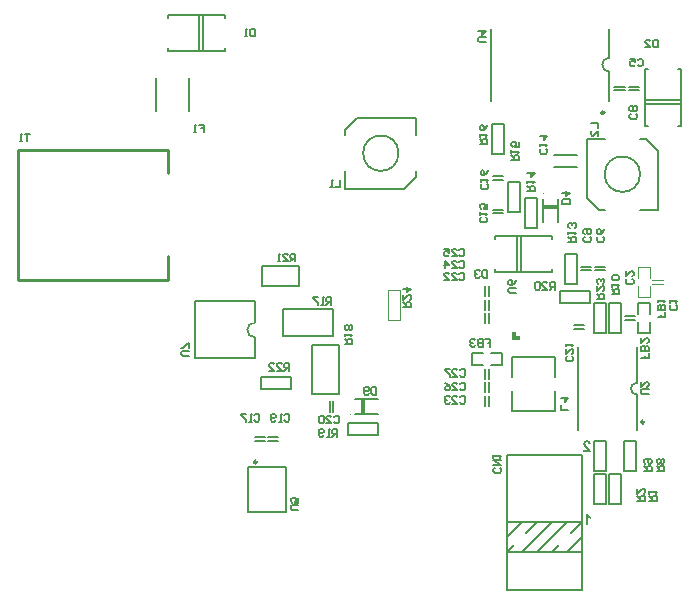
<source format=gbo>
G04*
G04 #@! TF.GenerationSoftware,Altium Limited,Altium Designer,19.0.14 (431)*
G04*
G04 Layer_Color=32896*
%FSLAX25Y25*%
%MOIN*%
G70*
G01*
G75*
%ADD12C,0.00984*%
%ADD14C,0.00787*%
%ADD15C,0.01000*%
%ADD16C,0.00394*%
%ADD18C,0.00350*%
%ADD19C,0.00600*%
%ADD20C,0.00800*%
%ADD123C,0.00591*%
%ADD124C,0.00799*%
%ADD125C,0.00598*%
%ADD126R,0.02756X0.01570*%
%ADD127R,0.01571X0.01185*%
%ADD128R,0.00390X0.01575*%
%ADD129R,0.01185X0.00390*%
%ADD130R,0.00390X0.01185*%
%ADD131R,0.01575X0.00390*%
%ADD132R,0.01300X0.05061*%
%ADD133R,0.05061X0.01300*%
G36*
X192481Y12169D02*
X192550Y12054D01*
X192624Y11950D01*
X192699Y11864D01*
X192774Y11789D01*
X192832Y11737D01*
X192849Y11720D01*
X192866Y11703D01*
X192878Y11697D01*
X192884Y11691D01*
X193005Y11599D01*
X193120Y11530D01*
X193224Y11466D01*
X193316Y11420D01*
X193391Y11380D01*
X193448Y11357D01*
X193471Y11351D01*
X193489Y11345D01*
X193494Y11340D01*
X193500D01*
Y10683D01*
X193304Y10758D01*
X193126Y10844D01*
X192970Y10931D01*
X192895Y10977D01*
X192832Y11023D01*
X192769Y11063D01*
X192717Y11103D01*
X192671Y11138D01*
X192630Y11167D01*
X192601Y11196D01*
X192578Y11213D01*
X192567Y11225D01*
X192561Y11230D01*
Y8500D01*
X191835D01*
Y12296D01*
X192429D01*
X192481Y12169D01*
D02*
G37*
G36*
X192348Y36784D02*
X192509Y36755D01*
X192653Y36709D01*
X192717Y36686D01*
X192774Y36663D01*
X192832Y36640D01*
X192878Y36617D01*
X192918Y36594D01*
X192947Y36571D01*
X192976Y36554D01*
X192993Y36542D01*
X193005Y36537D01*
X193010Y36531D01*
X193068Y36479D01*
X193126Y36421D01*
X193172Y36358D01*
X193218Y36289D01*
X193287Y36145D01*
X193339Y36007D01*
X193362Y35938D01*
X193373Y35874D01*
X193391Y35822D01*
X193396Y35771D01*
X193408Y35730D01*
Y35701D01*
X193414Y35678D01*
Y35673D01*
X192694Y35603D01*
X192682Y35713D01*
X192665Y35811D01*
X192636Y35886D01*
X192613Y35949D01*
X192584Y36001D01*
X192567Y36030D01*
X192550Y36053D01*
X192544Y36059D01*
X192486Y36105D01*
X192429Y36139D01*
X192365Y36162D01*
X192308Y36180D01*
X192262Y36191D01*
X192216Y36197D01*
X192181D01*
X192100Y36191D01*
X192025Y36174D01*
X191962Y36156D01*
X191910Y36133D01*
X191870Y36105D01*
X191841Y36087D01*
X191824Y36070D01*
X191818Y36064D01*
X191772Y36013D01*
X191743Y35949D01*
X191720Y35886D01*
X191703Y35828D01*
X191691Y35776D01*
X191686Y35730D01*
Y35701D01*
Y35690D01*
X191691Y35609D01*
X191709Y35529D01*
X191732Y35454D01*
X191761Y35385D01*
X191789Y35327D01*
X191812Y35287D01*
X191830Y35258D01*
X191835Y35246D01*
X191858Y35212D01*
X191893Y35171D01*
X191933Y35131D01*
X191979Y35085D01*
X192077Y34981D01*
X192181Y34878D01*
X192279Y34786D01*
X192325Y34740D01*
X192359Y34705D01*
X192394Y34676D01*
X192417Y34647D01*
X192434Y34636D01*
X192440Y34630D01*
X192550Y34526D01*
X192653Y34429D01*
X192740Y34336D01*
X192826Y34250D01*
X192901Y34169D01*
X192964Y34094D01*
X193028Y34025D01*
X193079Y33962D01*
X193120Y33910D01*
X193160Y33858D01*
X193189Y33818D01*
X193218Y33783D01*
X193235Y33755D01*
X193247Y33737D01*
X193258Y33726D01*
Y33720D01*
X193327Y33593D01*
X193379Y33467D01*
X193425Y33346D01*
X193454Y33230D01*
X193477Y33138D01*
X193483Y33098D01*
X193489Y33063D01*
X193494Y33040D01*
X193500Y33017D01*
Y33006D01*
Y33000D01*
X190960D01*
Y33674D01*
X192406D01*
X192359Y33749D01*
X192308Y33806D01*
X192290Y33835D01*
X192273Y33852D01*
X192262Y33864D01*
X192256Y33870D01*
X192233Y33893D01*
X192210Y33916D01*
X192146Y33979D01*
X192077Y34048D01*
X192002Y34117D01*
X191933Y34187D01*
X191876Y34238D01*
X191858Y34261D01*
X191841Y34279D01*
X191830Y34284D01*
X191824Y34290D01*
X191703Y34400D01*
X191605Y34498D01*
X191519Y34584D01*
X191455Y34653D01*
X191403Y34705D01*
X191369Y34745D01*
X191351Y34768D01*
X191346Y34774D01*
X191277Y34866D01*
X191213Y34953D01*
X191161Y35033D01*
X191121Y35108D01*
X191092Y35166D01*
X191069Y35212D01*
X191058Y35241D01*
X191052Y35252D01*
X191023Y35339D01*
X191000Y35431D01*
X190983Y35511D01*
X190971Y35586D01*
X190966Y35650D01*
X190960Y35701D01*
Y35730D01*
Y35742D01*
X190966Y35822D01*
X190971Y35903D01*
X191012Y36047D01*
X191063Y36174D01*
X191121Y36283D01*
X191179Y36370D01*
X191208Y36410D01*
X191231Y36439D01*
X191254Y36462D01*
X191271Y36479D01*
X191277Y36485D01*
X191282Y36491D01*
X191346Y36542D01*
X191409Y36594D01*
X191484Y36635D01*
X191553Y36669D01*
X191703Y36721D01*
X191841Y36755D01*
X191910Y36773D01*
X191968Y36779D01*
X192025Y36784D01*
X192071Y36790D01*
X192112Y36796D01*
X192256D01*
X192348Y36784D01*
D02*
G37*
D12*
X211303Y42878D02*
G03*
X211303Y42878I-492J0D01*
G01*
X197992Y146000D02*
G03*
X197992Y146000I-492J0D01*
G01*
X82192Y29507D02*
G03*
X82192Y29507I-492J0D01*
G01*
D14*
X199670Y164390D02*
G03*
X199670Y159665I0J-2362D01*
G01*
X208842Y40220D02*
Y52031D01*
X189157Y40220D02*
Y67779D01*
X208842Y55968D02*
Y67779D01*
X114813Y45539D02*
X122687D01*
X114813Y50461D02*
X122687D01*
X199670Y149823D02*
Y159665D01*
X160299Y149823D02*
Y173838D01*
X199670Y164390D02*
Y174035D01*
X59500Y146626D02*
Y157626D01*
X48507Y146626D02*
Y157626D01*
X182461Y109470D02*
Y117344D01*
X177539Y109470D02*
Y117344D01*
D15*
X52602Y125779D02*
Y133653D01*
X2602D02*
X52602D01*
X2602Y90346D02*
X52602D01*
Y98220D01*
X2602Y90346D02*
Y133653D01*
D16*
X113435Y45539D02*
G03*
X113435Y45539I-197J0D01*
G01*
X177736Y118919D02*
G03*
X177736Y118919I-197J0D01*
G01*
D18*
X209300Y84500D02*
X209600D01*
X209300Y94500D02*
X213300D01*
X209600Y84500D02*
X213300D01*
X209300D02*
Y88150D01*
X213300Y84500D02*
Y88150D01*
Y90850D02*
Y94500D01*
X209300Y90850D02*
Y94500D01*
X214000Y88900D02*
X217400D01*
X214000Y90100D02*
X217400D01*
X126000Y86855D02*
X129700D01*
X126000Y76855D02*
Y86855D01*
Y76855D02*
X130000D01*
Y86855D01*
X129700D02*
X130000D01*
D19*
X160485Y142110D02*
X164184D01*
X160485Y132110D02*
Y142110D01*
Y132110D02*
X164485D01*
Y142110D01*
X164184D02*
X164485D01*
X185300Y89048D02*
X189000D01*
Y99048D01*
X185000D02*
X189000D01*
X185000Y89048D02*
Y99048D01*
Y89048D02*
X185300D01*
X204800Y78194D02*
X208200D01*
X204800Y76995D02*
X208200D01*
X209550Y72500D02*
X213250D01*
X209250Y82500D02*
X213250D01*
X209250Y72500D02*
X209550D01*
X204500Y36452D02*
X208200D01*
X204500Y26452D02*
Y36452D01*
Y26452D02*
X208500D01*
Y36452D01*
X208200D02*
X208500D01*
X194500Y36500D02*
X198200D01*
X194500Y26500D02*
Y36500D01*
Y26500D02*
X198500D01*
Y36500D01*
X198200D02*
X198500D01*
X194848Y15548D02*
X198548D01*
Y25548D01*
X194548D02*
X198548D01*
X194548Y15548D02*
Y25548D01*
Y15548D02*
X194848D01*
X199800D02*
X203500D01*
Y25548D01*
X199500D02*
X203500D01*
X199500Y15548D02*
Y25548D01*
Y15548D02*
X199800D01*
X112548Y38500D02*
Y42200D01*
Y38500D02*
X122548D01*
Y42500D01*
X112548D02*
X122548D01*
X112548Y42200D02*
Y42500D01*
X106400Y46354D02*
Y49754D01*
X107600Y46354D02*
Y49754D01*
X83548Y54000D02*
Y57700D01*
Y54000D02*
X93548D01*
Y58000D01*
X83548D02*
X93548D01*
X83548Y57700D02*
Y58000D01*
X85985Y36585D02*
X89385D01*
X85985Y37785D02*
X89385D01*
X81485Y36585D02*
X84885D01*
X81485Y37785D02*
X84885D01*
X199800Y72548D02*
X203500D01*
Y82548D01*
X199500D02*
X203500D01*
X199500Y72548D02*
Y82548D01*
Y72548D02*
X199800D01*
X160834Y112400D02*
X164234D01*
X160834Y113600D02*
X164234D01*
X160784Y124758D02*
X164184D01*
X160784Y123557D02*
X164184D01*
X171452Y117610D02*
X175152D01*
X171452Y107610D02*
Y117610D01*
Y107610D02*
X175452D01*
Y117610D01*
X175152D02*
X175452D01*
X206300Y154600D02*
X209700D01*
X206300Y153400D02*
X209700D01*
X166300Y113048D02*
X170000D01*
Y123048D01*
X166000D02*
X170000D01*
X166000Y113048D02*
Y123048D01*
Y113048D02*
X166300D01*
X194800Y93400D02*
X198200D01*
X194800Y94600D02*
X198200D01*
X190300D02*
X193700D01*
X190300Y93400D02*
X193700D01*
X201327Y153416D02*
X204727D01*
X201327Y154615D02*
X204727D01*
X163888Y62300D02*
Y66000D01*
X153888Y62000D02*
Y66000D01*
X163888Y62000D02*
Y62300D01*
X159488Y48300D02*
Y51700D01*
X158288Y48300D02*
Y51700D01*
X159488Y57300D02*
Y60700D01*
X158288Y57300D02*
Y60700D01*
X187800Y75195D02*
X191200D01*
X187800Y73994D02*
X191200D01*
X159488Y75800D02*
Y79200D01*
X158288Y75800D02*
Y79200D01*
X159488Y84800D02*
Y88200D01*
X158288Y84800D02*
Y88200D01*
X159488Y80300D02*
Y83700D01*
X158288Y80300D02*
Y83700D01*
X159488Y52896D02*
Y56296D01*
X158288Y52896D02*
Y56296D01*
X193198Y82800D02*
Y86500D01*
X183198D02*
X193198D01*
X183198Y82500D02*
Y86500D01*
Y82500D02*
X193198D01*
Y82800D01*
X194688Y72548D02*
X198388D01*
Y82548D01*
X194388D02*
X198388D01*
X194388Y72548D02*
Y82548D01*
Y72548D02*
X194688D01*
X178598Y134009D02*
X179015Y133592D01*
Y132759D01*
X178598Y132343D01*
X176932D01*
X176515Y132759D01*
Y133592D01*
X176932Y134009D01*
X176515Y134842D02*
Y135675D01*
Y135258D01*
X179015D01*
X178598Y134842D01*
X176515Y138174D02*
X179015D01*
X177765Y136924D01*
Y138591D01*
X59499Y65000D02*
X57416D01*
X57000Y65417D01*
Y66250D01*
X57416Y66666D01*
X59499D01*
Y67499D02*
Y69165D01*
X59083D01*
X57416Y67499D01*
X57000D01*
X131000Y81100D02*
X133499D01*
Y82350D01*
X133083Y82766D01*
X132250D01*
X131833Y82350D01*
Y81100D01*
Y81933D02*
X131000Y82766D01*
Y85265D02*
Y83599D01*
X132666Y85265D01*
X133083D01*
X133499Y84849D01*
Y84016D01*
X133083Y83599D01*
X131000Y87348D02*
X133499D01*
X132250Y86098D01*
Y87765D01*
X168507Y86008D02*
X166424D01*
X166008Y86424D01*
Y87257D01*
X166424Y87674D01*
X168507D01*
Y90173D02*
X168090Y89340D01*
X167257Y88507D01*
X166424D01*
X166008Y88924D01*
Y89757D01*
X166424Y90173D01*
X166841D01*
X167257Y89757D01*
Y88507D01*
X95999Y13500D02*
X93916D01*
X93500Y13916D01*
Y14750D01*
X93916Y15166D01*
X95999D01*
Y17665D02*
Y15999D01*
X94750D01*
X95166Y16832D01*
Y17249D01*
X94750Y17665D01*
X93916D01*
X93500Y17249D01*
Y16416D01*
X93916Y15999D01*
X158499Y169500D02*
X156416D01*
X156000Y169916D01*
Y170750D01*
X156416Y171166D01*
X158499D01*
X156000Y173249D02*
X158499D01*
X157250Y171999D01*
Y173665D01*
X212799Y52200D02*
X210717D01*
X210300Y52617D01*
Y53450D01*
X210717Y53866D01*
X212799D01*
X210300Y56365D02*
Y54699D01*
X211966Y56365D01*
X212383D01*
X212799Y55949D01*
Y55116D01*
X212383Y54699D01*
X6500Y138999D02*
X4834D01*
X5667D01*
Y136500D01*
X4001D02*
X3168D01*
X3584D01*
Y138999D01*
X4001Y138583D01*
X195500Y84000D02*
X197999D01*
Y85250D01*
X197583Y85666D01*
X196750D01*
X196333Y85250D01*
Y84000D01*
Y84833D02*
X195500Y85666D01*
Y88165D02*
Y86499D01*
X197166Y88165D01*
X197583D01*
X197999Y87749D01*
Y86916D01*
X197583Y86499D01*
Y88998D02*
X197999Y89415D01*
Y90248D01*
X197583Y90664D01*
X197166D01*
X196750Y90248D01*
Y89831D01*
Y90248D01*
X196333Y90664D01*
X195916D01*
X195500Y90248D01*
Y89415D01*
X195916Y88998D01*
X93000Y60000D02*
Y62499D01*
X91750D01*
X91334Y62083D01*
Y61250D01*
X91750Y60833D01*
X93000D01*
X92167D02*
X91334Y60000D01*
X88835D02*
X90501D01*
X88835Y61666D01*
Y62083D01*
X89251Y62499D01*
X90084D01*
X90501Y62083D01*
X86335Y60000D02*
X88002D01*
X86335Y61666D01*
Y62083D01*
X86752Y62499D01*
X87585D01*
X88002Y62083D01*
X95000Y96500D02*
Y98999D01*
X93750D01*
X93334Y98583D01*
Y97750D01*
X93750Y97333D01*
X95000D01*
X94167D02*
X93334Y96500D01*
X90835D02*
X92501D01*
X90835Y98166D01*
Y98583D01*
X91251Y98999D01*
X92084D01*
X92501Y98583D01*
X90002Y96500D02*
X89169D01*
X89585D01*
Y98999D01*
X90002Y98583D01*
X181500Y87000D02*
Y89499D01*
X180250D01*
X179834Y89083D01*
Y88250D01*
X180250Y87833D01*
X181500D01*
X180667D02*
X179834Y87000D01*
X177335D02*
X179001D01*
X177335Y88666D01*
Y89083D01*
X177751Y89499D01*
X178584D01*
X179001Y89083D01*
X176502D02*
X176085Y89499D01*
X175252D01*
X174836Y89083D01*
Y87416D01*
X175252Y87000D01*
X176085D01*
X176502Y87416D01*
Y89083D01*
X109000Y38000D02*
Y40499D01*
X107750D01*
X107334Y40083D01*
Y39250D01*
X107750Y38833D01*
X109000D01*
X108167D02*
X107334Y38000D01*
X106501D02*
X105668D01*
X106084D01*
Y40499D01*
X106501Y40083D01*
X104418Y38416D02*
X104002Y38000D01*
X103169D01*
X102752Y38416D01*
Y40083D01*
X103169Y40499D01*
X104002D01*
X104418Y40083D01*
Y39666D01*
X104002Y39250D01*
X102752D01*
X111500Y69000D02*
X113999D01*
Y70250D01*
X113583Y70666D01*
X112750D01*
X112333Y70250D01*
Y69000D01*
Y69833D02*
X111500Y70666D01*
Y71499D02*
Y72332D01*
Y71916D01*
X113999D01*
X113583Y71499D01*
Y73582D02*
X113999Y73998D01*
Y74831D01*
X113583Y75248D01*
X113166D01*
X112750Y74831D01*
X112333Y75248D01*
X111916D01*
X111500Y74831D01*
Y73998D01*
X111916Y73582D01*
X112333D01*
X112750Y73998D01*
X113166Y73582D01*
X113583D01*
X112750Y73998D02*
Y74831D01*
X107000Y82000D02*
Y84499D01*
X105750D01*
X105334Y84083D01*
Y83250D01*
X105750Y82833D01*
X107000D01*
X106167D02*
X105334Y82000D01*
X104501D02*
X103668D01*
X104084D01*
Y84499D01*
X104501Y84083D01*
X102418Y84499D02*
X100752D01*
Y84083D01*
X102418Y82416D01*
Y82000D01*
X156500Y135500D02*
X158999D01*
Y136750D01*
X158583Y137166D01*
X157750D01*
X157333Y136750D01*
Y135500D01*
Y136333D02*
X156500Y137166D01*
Y137999D02*
Y138832D01*
Y138416D01*
X158999D01*
X158583Y137999D01*
X158999Y141748D02*
X158583Y140915D01*
X157750Y140082D01*
X156916D01*
X156500Y140498D01*
Y141331D01*
X156916Y141748D01*
X157333D01*
X157750Y141331D01*
Y140082D01*
X167000Y130100D02*
X169499D01*
Y131350D01*
X169083Y131766D01*
X168250D01*
X167833Y131350D01*
Y130100D01*
Y130933D02*
X167000Y131766D01*
Y132599D02*
Y133432D01*
Y133016D01*
X169499D01*
X169083Y132599D01*
X169499Y136348D02*
Y134682D01*
X168250D01*
X168666Y135515D01*
Y135931D01*
X168250Y136348D01*
X167417D01*
X167000Y135931D01*
Y135098D01*
X167417Y134682D01*
X172250Y120000D02*
X174749D01*
Y121250D01*
X174333Y121666D01*
X173500D01*
X173083Y121250D01*
Y120000D01*
Y120833D02*
X172250Y121666D01*
Y122499D02*
Y123332D01*
Y122916D01*
X174749D01*
X174333Y122499D01*
X172250Y125831D02*
X174749D01*
X173500Y124582D01*
Y126248D01*
X186000Y103000D02*
X188499D01*
Y104250D01*
X188083Y104666D01*
X187250D01*
X186833Y104250D01*
Y103000D01*
Y103833D02*
X186000Y104666D01*
Y105499D02*
Y106332D01*
Y105916D01*
X188499D01*
X188083Y105499D01*
Y107582D02*
X188499Y107998D01*
Y108831D01*
X188083Y109248D01*
X187666D01*
X187250Y108831D01*
Y108415D01*
Y108831D01*
X186833Y109248D01*
X186416D01*
X186000Y108831D01*
Y107998D01*
X186416Y107582D01*
X200500Y85500D02*
X202999D01*
Y86750D01*
X202583Y87166D01*
X201750D01*
X201333Y86750D01*
Y85500D01*
Y86333D02*
X200500Y87166D01*
Y87999D02*
Y88832D01*
Y88416D01*
X202999D01*
X202583Y87999D01*
Y90082D02*
X202999Y90498D01*
Y91331D01*
X202583Y91748D01*
X200917D01*
X200500Y91331D01*
Y90498D01*
X200917Y90082D01*
X202583D01*
X211250Y26500D02*
X213749D01*
Y27750D01*
X213333Y28166D01*
X212500D01*
X212083Y27750D01*
Y26500D01*
Y27333D02*
X211250Y28166D01*
X211666Y28999D02*
X211250Y29416D01*
Y30249D01*
X211666Y30665D01*
X213333D01*
X213749Y30249D01*
Y29416D01*
X213333Y28999D01*
X212916D01*
X212500Y29416D01*
Y30665D01*
X215500Y26500D02*
X217999D01*
Y27750D01*
X217583Y28166D01*
X216750D01*
X216333Y27750D01*
Y26500D01*
Y27333D02*
X215500Y28166D01*
X217583Y28999D02*
X217999Y29416D01*
Y30249D01*
X217583Y30665D01*
X217166D01*
X216750Y30249D01*
X216333Y30665D01*
X215916D01*
X215500Y30249D01*
Y29416D01*
X215916Y28999D01*
X216333D01*
X216750Y29416D01*
X217166Y28999D01*
X217583D01*
X216750Y29416D02*
Y30249D01*
X209000Y16500D02*
X211499D01*
Y17750D01*
X211083Y18166D01*
X210250D01*
X209833Y17750D01*
Y16500D01*
Y17333D02*
X209000Y18166D01*
Y20665D02*
Y18999D01*
X210666Y20665D01*
X211083D01*
X211499Y20249D01*
Y19416D01*
X211083Y18999D01*
X213000Y16500D02*
X215499D01*
Y17750D01*
X215083Y18166D01*
X214250D01*
X213833Y17750D01*
Y16500D01*
Y17333D02*
X213000Y18166D01*
Y18999D02*
Y19832D01*
Y19416D01*
X215499D01*
X215083Y18999D01*
X185999Y47000D02*
X183500D01*
Y48666D01*
Y50749D02*
X185999D01*
X184750Y49499D01*
Y51165D01*
X193501Y142500D02*
X196000D01*
Y140834D01*
Y138335D02*
Y140001D01*
X194334Y138335D01*
X193917D01*
X193501Y138751D01*
Y139584D01*
X193917Y140001D01*
X110000Y123657D02*
Y121158D01*
X108334D01*
X107501D02*
X106668D01*
X107084D01*
Y123657D01*
X107501Y123240D01*
X158334Y70499D02*
X160000D01*
Y69250D01*
X159167D01*
X160000D01*
Y68000D01*
X157501Y70499D02*
Y68000D01*
X156251D01*
X155835Y68417D01*
Y68833D01*
X156251Y69250D01*
X157501D01*
X156251D01*
X155835Y69666D01*
Y70083D01*
X156251Y70499D01*
X157501D01*
X155002Y70083D02*
X154585Y70499D01*
X153752D01*
X153335Y70083D01*
Y69666D01*
X153752Y69250D01*
X154169D01*
X153752D01*
X153335Y68833D01*
Y68417D01*
X153752Y68000D01*
X154585D01*
X155002Y68417D01*
X212799Y65866D02*
Y64200D01*
X211550D01*
Y65033D01*
Y64200D01*
X210300D01*
X212799Y66699D02*
X210300D01*
Y67949D01*
X210717Y68365D01*
X211133D01*
X211550Y67949D01*
Y66699D01*
Y67949D01*
X211966Y68365D01*
X212383D01*
X212799Y67949D01*
Y66699D01*
X210300Y70864D02*
Y69198D01*
X211966Y70864D01*
X212383D01*
X212799Y70448D01*
Y69615D01*
X212383Y69198D01*
X218299Y79477D02*
Y77811D01*
X217050D01*
Y78644D01*
Y77811D01*
X215800D01*
X218299Y80310D02*
X215800D01*
Y81560D01*
X216216Y81976D01*
X216633D01*
X217050Y81560D01*
Y80310D01*
Y81560D01*
X217466Y81976D01*
X217883D01*
X218299Y81560D01*
Y80310D01*
X215800Y82809D02*
Y83642D01*
Y83226D01*
X218299D01*
X217883Y82809D01*
X62834Y141999D02*
X64500D01*
Y140750D01*
X63667D01*
X64500D01*
Y139500D01*
X62001D02*
X61168D01*
X61584D01*
Y141999D01*
X62001Y141583D01*
X122000Y54499D02*
Y52000D01*
X120750D01*
X120334Y52416D01*
Y54083D01*
X120750Y54499D01*
X122000D01*
X119501Y52416D02*
X119084Y52000D01*
X118251D01*
X117835Y52416D01*
Y54083D01*
X118251Y54499D01*
X119084D01*
X119501Y54083D01*
Y53666D01*
X119084Y53250D01*
X117835D01*
X186499Y115610D02*
X184000D01*
Y116859D01*
X184416Y117276D01*
X186083D01*
X186499Y116859D01*
Y115610D01*
X184000Y119358D02*
X186499D01*
X185250Y118109D01*
Y119775D01*
X159000Y93499D02*
Y91000D01*
X157750D01*
X157334Y91417D01*
Y93083D01*
X157750Y93499D01*
X159000D01*
X156501Y93083D02*
X156084Y93499D01*
X155251D01*
X154835Y93083D01*
Y92666D01*
X155251Y92250D01*
X155668D01*
X155251D01*
X154835Y91833D01*
Y91417D01*
X155251Y91000D01*
X156084D01*
X156501Y91417D01*
X215883Y170246D02*
Y167747D01*
X214634D01*
X214217Y168163D01*
Y169829D01*
X214634Y170246D01*
X215883D01*
X211718Y167747D02*
X213384D01*
X211718Y169413D01*
Y169829D01*
X212135Y170246D01*
X212968D01*
X213384Y169829D01*
X81500Y173999D02*
Y171500D01*
X80250D01*
X79834Y171916D01*
Y173583D01*
X80250Y173999D01*
X81500D01*
X79001Y171500D02*
X78168D01*
X78584D01*
Y173999D01*
X79001Y173583D01*
X163083Y27666D02*
X163499Y27250D01*
Y26417D01*
X163083Y26000D01*
X161416D01*
X161000Y26417D01*
Y27250D01*
X161416Y27666D01*
X161000Y28499D02*
X163499D01*
X161000Y30165D01*
X163499D01*
X161000Y30998D02*
Y31831D01*
Y31415D01*
X163499D01*
X163083Y30998D01*
X149834Y60083D02*
X150250Y60499D01*
X151084D01*
X151500Y60083D01*
Y58416D01*
X151084Y58000D01*
X150250D01*
X149834Y58416D01*
X147335Y58000D02*
X149001D01*
X147335Y59666D01*
Y60083D01*
X147751Y60499D01*
X148584D01*
X149001Y60083D01*
X146502Y60499D02*
X144835D01*
Y60083D01*
X146502Y58416D01*
Y58000D01*
X149834Y55583D02*
X150250Y55999D01*
X151084D01*
X151500Y55583D01*
Y53917D01*
X151084Y53500D01*
X150250D01*
X149834Y53917D01*
X147335Y53500D02*
X149001D01*
X147335Y55166D01*
Y55583D01*
X147751Y55999D01*
X148584D01*
X149001Y55583D01*
X144835Y55999D02*
X145669Y55583D01*
X146502Y54750D01*
Y53917D01*
X146085Y53500D01*
X145252D01*
X144835Y53917D01*
Y54333D01*
X145252Y54750D01*
X146502D01*
X149634Y100203D02*
X150050Y100620D01*
X150883D01*
X151300Y100203D01*
Y98537D01*
X150883Y98120D01*
X150050D01*
X149634Y98537D01*
X147135Y98120D02*
X148801D01*
X147135Y99787D01*
Y100203D01*
X147551Y100620D01*
X148384D01*
X148801Y100203D01*
X144635Y100620D02*
X146302D01*
Y99370D01*
X145469Y99787D01*
X145052D01*
X144635Y99370D01*
Y98537D01*
X145052Y98120D01*
X145885D01*
X146302Y98537D01*
X149634Y96203D02*
X150050Y96620D01*
X150883D01*
X151300Y96203D01*
Y94537D01*
X150883Y94121D01*
X150050D01*
X149634Y94537D01*
X147135Y94121D02*
X148801D01*
X147135Y95787D01*
Y96203D01*
X147551Y96620D01*
X148384D01*
X148801Y96203D01*
X145052Y94121D02*
Y96620D01*
X146302Y95370D01*
X144635D01*
X149834Y51083D02*
X150250Y51499D01*
X151084D01*
X151500Y51083D01*
Y49417D01*
X151084Y49000D01*
X150250D01*
X149834Y49417D01*
X147335Y49000D02*
X149001D01*
X147335Y50666D01*
Y51083D01*
X147751Y51499D01*
X148584D01*
X149001Y51083D01*
X146502D02*
X146085Y51499D01*
X145252D01*
X144835Y51083D01*
Y50666D01*
X145252Y50250D01*
X145669D01*
X145252D01*
X144835Y49833D01*
Y49417D01*
X145252Y49000D01*
X146085D01*
X146502Y49417D01*
X149634Y92203D02*
X150050Y92620D01*
X150883D01*
X151300Y92203D01*
Y90537D01*
X150883Y90121D01*
X150050D01*
X149634Y90537D01*
X147135Y90121D02*
X148801D01*
X147135Y91787D01*
Y92203D01*
X147551Y92620D01*
X148384D01*
X148801Y92203D01*
X144635Y90121D02*
X146302D01*
X144635Y91787D01*
Y92203D01*
X145052Y92620D01*
X145885D01*
X146302Y92203D01*
X187281Y64782D02*
X187697Y64365D01*
Y63532D01*
X187281Y63116D01*
X185615D01*
X185198Y63532D01*
Y64365D01*
X185615Y64782D01*
X185198Y67281D02*
Y65615D01*
X186864Y67281D01*
X187281D01*
X187697Y66864D01*
Y66031D01*
X187281Y65615D01*
X185198Y68114D02*
Y68947D01*
Y68530D01*
X187697D01*
X187281Y68114D01*
X107834Y44583D02*
X108250Y44999D01*
X109083D01*
X109500Y44583D01*
Y42917D01*
X109083Y42500D01*
X108250D01*
X107834Y42917D01*
X105335Y42500D02*
X107001D01*
X105335Y44166D01*
Y44583D01*
X105751Y44999D01*
X106584D01*
X107001Y44583D01*
X104502D02*
X104085Y44999D01*
X103252D01*
X102836Y44583D01*
Y42917D01*
X103252Y42500D01*
X104085D01*
X104502Y42917D01*
Y44583D01*
X91334Y45083D02*
X91750Y45499D01*
X92584D01*
X93000Y45083D01*
Y43417D01*
X92584Y43000D01*
X91750D01*
X91334Y43417D01*
X90501Y43000D02*
X89668D01*
X90084D01*
Y45499D01*
X90501Y45083D01*
X88418Y43417D02*
X88002Y43000D01*
X87169D01*
X86752Y43417D01*
Y45083D01*
X87169Y45499D01*
X88002D01*
X88418Y45083D01*
Y44666D01*
X88002Y44250D01*
X86752D01*
X81334Y45083D02*
X81750Y45499D01*
X82583D01*
X83000Y45083D01*
Y43417D01*
X82583Y43000D01*
X81750D01*
X81334Y43417D01*
X80501Y43000D02*
X79668D01*
X80084D01*
Y45499D01*
X80501Y45083D01*
X78418Y45499D02*
X76752D01*
Y45083D01*
X78418Y43417D01*
Y43000D01*
X158883Y122166D02*
X159299Y121750D01*
Y120916D01*
X158883Y120500D01*
X157217D01*
X156800Y120916D01*
Y121750D01*
X157217Y122166D01*
X156800Y122999D02*
Y123832D01*
Y123416D01*
X159299D01*
X158883Y122999D01*
X159299Y126748D02*
X158883Y125915D01*
X158050Y125082D01*
X157217D01*
X156800Y125498D01*
Y126331D01*
X157217Y126748D01*
X157633D01*
X158050Y126331D01*
Y125082D01*
X158583Y111137D02*
X158999Y110720D01*
Y109887D01*
X158583Y109470D01*
X156916D01*
X156500Y109887D01*
Y110720D01*
X156916Y111137D01*
X156500Y111970D02*
Y112803D01*
Y112386D01*
X158999D01*
X158583Y111970D01*
X158999Y115718D02*
Y114052D01*
X157750D01*
X158166Y114885D01*
Y115302D01*
X157750Y115718D01*
X156916D01*
X156500Y115302D01*
Y114469D01*
X156916Y114052D01*
X193083Y104666D02*
X193499Y104250D01*
Y103417D01*
X193083Y103000D01*
X191417D01*
X191000Y103417D01*
Y104250D01*
X191417Y104666D01*
Y105499D02*
X191000Y105916D01*
Y106749D01*
X191417Y107165D01*
X193083D01*
X193499Y106749D01*
Y105916D01*
X193083Y105499D01*
X192666D01*
X192250Y105916D01*
Y107165D01*
X208410Y145682D02*
X208827Y145265D01*
Y144432D01*
X208410Y144016D01*
X206744D01*
X206327Y144432D01*
Y145265D01*
X206744Y145682D01*
X208410Y146515D02*
X208827Y146931D01*
Y147764D01*
X208410Y148181D01*
X207994D01*
X207577Y147764D01*
X207160Y148181D01*
X206744D01*
X206327Y147764D01*
Y146931D01*
X206744Y146515D01*
X207160D01*
X207577Y146931D01*
X207994Y146515D01*
X208410D01*
X207577Y146931D02*
Y147764D01*
X197583Y104666D02*
X197999Y104250D01*
Y103417D01*
X197583Y103000D01*
X195916D01*
X195500Y103417D01*
Y104250D01*
X195916Y104666D01*
X197999Y107165D02*
X197583Y106332D01*
X196750Y105499D01*
X195916D01*
X195500Y105916D01*
Y106749D01*
X195916Y107165D01*
X196333D01*
X196750Y106749D01*
Y105499D01*
X209106Y163567D02*
X209523Y163984D01*
X210356D01*
X210773Y163567D01*
Y161901D01*
X210356Y161485D01*
X209523D01*
X209106Y161901D01*
X206607Y163984D02*
X208273D01*
Y162734D01*
X207440Y163151D01*
X207024D01*
X206607Y162734D01*
Y161901D01*
X207024Y161485D01*
X207857D01*
X208273Y161901D01*
X207383Y90566D02*
X207799Y90150D01*
Y89316D01*
X207383Y88900D01*
X205716D01*
X205300Y89316D01*
Y90150D01*
X205716Y90566D01*
X205300Y93065D02*
Y91399D01*
X206966Y93065D01*
X207383D01*
X207799Y92649D01*
Y91816D01*
X207383Y91399D01*
X221883Y81866D02*
X222299Y81450D01*
Y80616D01*
X221883Y80200D01*
X220216D01*
X219800Y80616D01*
Y81450D01*
X220216Y81866D01*
X219800Y82699D02*
Y83532D01*
Y83116D01*
X222299D01*
X221883Y82699D01*
D20*
X208842Y55968D02*
G03*
X208842Y52031I0J-1969D01*
G01*
X83995Y88183D02*
X96295D01*
Y94983D01*
X83995D02*
X96295D01*
X83995Y88183D02*
Y94983D01*
D123*
X81500Y76087D02*
G03*
X81500Y71087I0J-2500D01*
G01*
X129405Y132500D02*
G03*
X129405Y132500I-5906J0D01*
G01*
X209906Y125500D02*
G03*
X209906Y125500I-5906J0D01*
G01*
X181063Y131968D02*
X188937D01*
X181063Y128032D02*
X188937D01*
X81500Y64079D02*
Y71087D01*
Y76087D02*
Y83095D01*
X61500D02*
X81500D01*
X61500Y64079D02*
Y83095D01*
Y64079D02*
X81500D01*
X167100Y46500D02*
X181700D01*
X167100Y64400D02*
X181500D01*
X181700Y46500D02*
Y53200D01*
X167100Y46500D02*
Y53100D01*
Y57900D02*
Y64400D01*
X181500Y58000D02*
Y64400D01*
X190500Y-500D02*
Y9500D01*
X165500Y-500D02*
X190500D01*
X165500D02*
Y9500D01*
X190500D01*
Y32000D01*
X165500D02*
X190500D01*
X165500Y9500D02*
Y32000D01*
X190500Y-13000D02*
Y-500D01*
X165500Y-13000D02*
X190500D01*
X165500D02*
Y-500D01*
X175500D02*
X185500Y9500D01*
X170500Y-500D02*
X180500Y9500D01*
X165500Y4500D02*
X170500Y9500D01*
X185500Y-500D02*
X190500Y4500D01*
X187000Y6000D02*
X190500Y9500D01*
X180500Y-500D02*
X183000Y2000D01*
X172000Y6000D02*
X175500Y9500D01*
X165500Y-500D02*
X168000Y2000D01*
X91040Y71400D02*
Y80500D01*
Y71400D02*
X107640D01*
X91040Y80500D02*
X107640D01*
Y71400D02*
Y80500D01*
X100400Y68700D02*
X109500D01*
X100400Y52100D02*
Y68700D01*
X109500Y52100D02*
Y68700D01*
X100400Y52100D02*
X109500D01*
X111689Y138406D02*
Y140374D01*
X135311Y124626D02*
Y126594D01*
Y138406D02*
Y144311D01*
X111689Y120689D02*
Y126594D01*
X131374Y120689D02*
X135311Y124626D01*
X111689Y120689D02*
X131374D01*
X111689Y140374D02*
X115626Y144311D01*
X135311D01*
X79201Y12835D02*
Y27795D01*
X91799Y12835D02*
Y27795D01*
X79201D02*
X91799D01*
X79201Y12835D02*
X91799D01*
X209906Y137311D02*
X211874D01*
X196126Y113689D02*
X198094D01*
X209906D02*
X215811D01*
X192189Y137311D02*
X198094D01*
X192189Y117626D02*
X196126Y113689D01*
X192189Y117626D02*
Y137311D01*
X211874D02*
X215811Y133374D01*
Y113689D02*
Y133374D01*
D124*
X180449Y104000D02*
Y105000D01*
X161551Y104024D02*
Y104905D01*
Y93000D02*
Y93882D01*
X180449Y93000D02*
Y94000D01*
X161551Y93000D02*
X180449D01*
X170100D02*
Y105000D01*
X168829Y93000D02*
Y105000D01*
X161551D02*
X180449D01*
X52551Y166500D02*
Y167500D01*
X71449Y166595D02*
Y167476D01*
Y177618D02*
Y178500D01*
X52551Y177500D02*
Y178500D01*
X71449D01*
X62900Y166500D02*
Y178500D01*
X64171Y166500D02*
Y178500D01*
X52551Y166500D02*
X71449D01*
X211500Y160551D02*
X212500D01*
X211595Y141653D02*
X212476D01*
X222618D02*
X223500D01*
X222500Y160551D02*
X223500D01*
Y141653D02*
Y160551D01*
X211500Y150202D02*
X223500D01*
X211500Y148932D02*
X223500D01*
X211500Y141653D02*
Y160551D01*
D125*
X209250Y78850D02*
Y82500D01*
X213250Y78850D02*
Y82500D01*
Y72500D02*
Y76150D01*
X209250Y72500D02*
Y76150D01*
X153888Y62000D02*
X157538D01*
X153888Y66000D02*
X157538D01*
X160238D02*
X163888D01*
X160238Y62000D02*
X163888D01*
D126*
X168398Y70899D02*
D03*
D127*
X167805Y72277D02*
D03*
D128*
X168396Y83106D02*
D03*
X180601Y72086D02*
D03*
D129*
X169183Y83699D02*
D03*
X179813Y71494D02*
D03*
D130*
X180601Y82907D02*
D03*
D131*
X180008Y83695D02*
D03*
D132*
X117700Y47930D02*
D03*
D133*
X179930Y114457D02*
D03*
M02*

</source>
